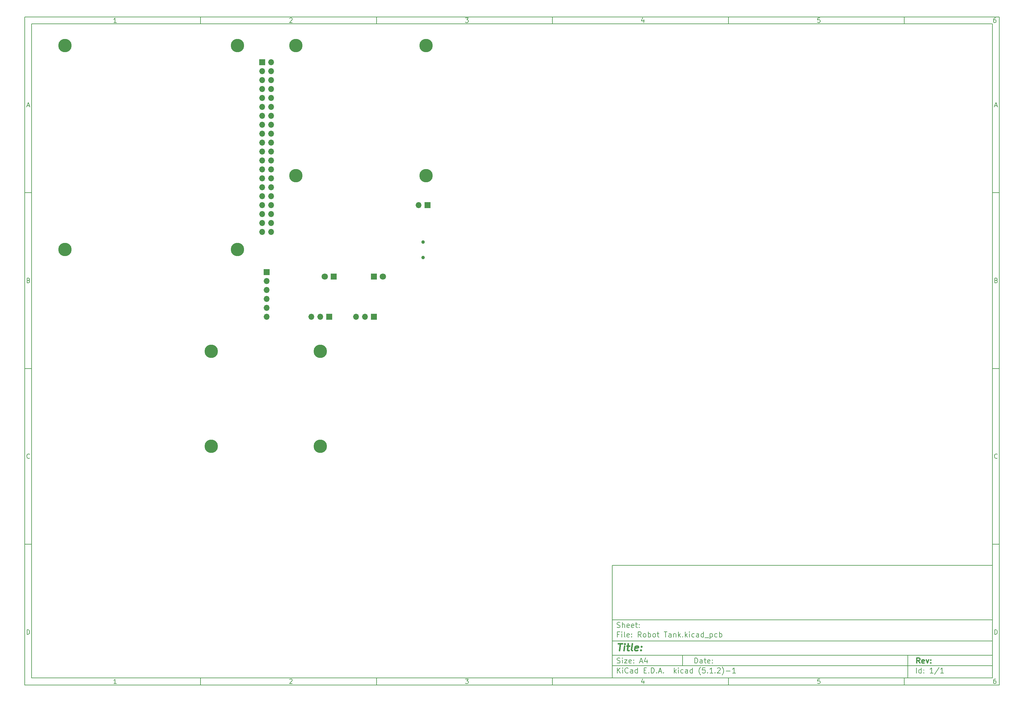
<source format=gbs>
G04 #@! TF.GenerationSoftware,KiCad,Pcbnew,(5.1.2)-1*
G04 #@! TF.CreationDate,2019-07-09T02:23:16-04:00*
G04 #@! TF.ProjectId,Robot Tank,526f626f-7420-4546-916e-6b2e6b696361,rev?*
G04 #@! TF.SameCoordinates,Original*
G04 #@! TF.FileFunction,Soldermask,Bot*
G04 #@! TF.FilePolarity,Negative*
%FSLAX46Y46*%
G04 Gerber Fmt 4.6, Leading zero omitted, Abs format (unit mm)*
G04 Created by KiCad (PCBNEW (5.1.2)-1) date 2019-07-09 02:23:16*
%MOMM*%
%LPD*%
G04 APERTURE LIST*
%ADD10C,0.100000*%
%ADD11C,0.150000*%
%ADD12C,0.300000*%
%ADD13C,0.400000*%
%ADD14C,3.800000*%
%ADD15O,1.700000X1.700000*%
%ADD16R,1.700000X1.700000*%
%ADD17C,1.800000*%
%ADD18R,1.800000X1.800000*%
%ADD19C,1.000000*%
G04 APERTURE END LIST*
D10*
D11*
X177002200Y-166007200D02*
X177002200Y-198007200D01*
X285002200Y-198007200D01*
X285002200Y-166007200D01*
X177002200Y-166007200D01*
D10*
D11*
X10000000Y-10000000D02*
X10000000Y-200007200D01*
X287002200Y-200007200D01*
X287002200Y-10000000D01*
X10000000Y-10000000D01*
D10*
D11*
X12000000Y-12000000D02*
X12000000Y-198007200D01*
X285002200Y-198007200D01*
X285002200Y-12000000D01*
X12000000Y-12000000D01*
D10*
D11*
X60000000Y-12000000D02*
X60000000Y-10000000D01*
D10*
D11*
X110000000Y-12000000D02*
X110000000Y-10000000D01*
D10*
D11*
X160000000Y-12000000D02*
X160000000Y-10000000D01*
D10*
D11*
X210000000Y-12000000D02*
X210000000Y-10000000D01*
D10*
D11*
X260000000Y-12000000D02*
X260000000Y-10000000D01*
D10*
D11*
X36065476Y-11588095D02*
X35322619Y-11588095D01*
X35694047Y-11588095D02*
X35694047Y-10288095D01*
X35570238Y-10473809D01*
X35446428Y-10597619D01*
X35322619Y-10659523D01*
D10*
D11*
X85322619Y-10411904D02*
X85384523Y-10350000D01*
X85508333Y-10288095D01*
X85817857Y-10288095D01*
X85941666Y-10350000D01*
X86003571Y-10411904D01*
X86065476Y-10535714D01*
X86065476Y-10659523D01*
X86003571Y-10845238D01*
X85260714Y-11588095D01*
X86065476Y-11588095D01*
D10*
D11*
X135260714Y-10288095D02*
X136065476Y-10288095D01*
X135632142Y-10783333D01*
X135817857Y-10783333D01*
X135941666Y-10845238D01*
X136003571Y-10907142D01*
X136065476Y-11030952D01*
X136065476Y-11340476D01*
X136003571Y-11464285D01*
X135941666Y-11526190D01*
X135817857Y-11588095D01*
X135446428Y-11588095D01*
X135322619Y-11526190D01*
X135260714Y-11464285D01*
D10*
D11*
X185941666Y-10721428D02*
X185941666Y-11588095D01*
X185632142Y-10226190D02*
X185322619Y-11154761D01*
X186127380Y-11154761D01*
D10*
D11*
X236003571Y-10288095D02*
X235384523Y-10288095D01*
X235322619Y-10907142D01*
X235384523Y-10845238D01*
X235508333Y-10783333D01*
X235817857Y-10783333D01*
X235941666Y-10845238D01*
X236003571Y-10907142D01*
X236065476Y-11030952D01*
X236065476Y-11340476D01*
X236003571Y-11464285D01*
X235941666Y-11526190D01*
X235817857Y-11588095D01*
X235508333Y-11588095D01*
X235384523Y-11526190D01*
X235322619Y-11464285D01*
D10*
D11*
X285941666Y-10288095D02*
X285694047Y-10288095D01*
X285570238Y-10350000D01*
X285508333Y-10411904D01*
X285384523Y-10597619D01*
X285322619Y-10845238D01*
X285322619Y-11340476D01*
X285384523Y-11464285D01*
X285446428Y-11526190D01*
X285570238Y-11588095D01*
X285817857Y-11588095D01*
X285941666Y-11526190D01*
X286003571Y-11464285D01*
X286065476Y-11340476D01*
X286065476Y-11030952D01*
X286003571Y-10907142D01*
X285941666Y-10845238D01*
X285817857Y-10783333D01*
X285570238Y-10783333D01*
X285446428Y-10845238D01*
X285384523Y-10907142D01*
X285322619Y-11030952D01*
D10*
D11*
X60000000Y-198007200D02*
X60000000Y-200007200D01*
D10*
D11*
X110000000Y-198007200D02*
X110000000Y-200007200D01*
D10*
D11*
X160000000Y-198007200D02*
X160000000Y-200007200D01*
D10*
D11*
X210000000Y-198007200D02*
X210000000Y-200007200D01*
D10*
D11*
X260000000Y-198007200D02*
X260000000Y-200007200D01*
D10*
D11*
X36065476Y-199595295D02*
X35322619Y-199595295D01*
X35694047Y-199595295D02*
X35694047Y-198295295D01*
X35570238Y-198481009D01*
X35446428Y-198604819D01*
X35322619Y-198666723D01*
D10*
D11*
X85322619Y-198419104D02*
X85384523Y-198357200D01*
X85508333Y-198295295D01*
X85817857Y-198295295D01*
X85941666Y-198357200D01*
X86003571Y-198419104D01*
X86065476Y-198542914D01*
X86065476Y-198666723D01*
X86003571Y-198852438D01*
X85260714Y-199595295D01*
X86065476Y-199595295D01*
D10*
D11*
X135260714Y-198295295D02*
X136065476Y-198295295D01*
X135632142Y-198790533D01*
X135817857Y-198790533D01*
X135941666Y-198852438D01*
X136003571Y-198914342D01*
X136065476Y-199038152D01*
X136065476Y-199347676D01*
X136003571Y-199471485D01*
X135941666Y-199533390D01*
X135817857Y-199595295D01*
X135446428Y-199595295D01*
X135322619Y-199533390D01*
X135260714Y-199471485D01*
D10*
D11*
X185941666Y-198728628D02*
X185941666Y-199595295D01*
X185632142Y-198233390D02*
X185322619Y-199161961D01*
X186127380Y-199161961D01*
D10*
D11*
X236003571Y-198295295D02*
X235384523Y-198295295D01*
X235322619Y-198914342D01*
X235384523Y-198852438D01*
X235508333Y-198790533D01*
X235817857Y-198790533D01*
X235941666Y-198852438D01*
X236003571Y-198914342D01*
X236065476Y-199038152D01*
X236065476Y-199347676D01*
X236003571Y-199471485D01*
X235941666Y-199533390D01*
X235817857Y-199595295D01*
X235508333Y-199595295D01*
X235384523Y-199533390D01*
X235322619Y-199471485D01*
D10*
D11*
X285941666Y-198295295D02*
X285694047Y-198295295D01*
X285570238Y-198357200D01*
X285508333Y-198419104D01*
X285384523Y-198604819D01*
X285322619Y-198852438D01*
X285322619Y-199347676D01*
X285384523Y-199471485D01*
X285446428Y-199533390D01*
X285570238Y-199595295D01*
X285817857Y-199595295D01*
X285941666Y-199533390D01*
X286003571Y-199471485D01*
X286065476Y-199347676D01*
X286065476Y-199038152D01*
X286003571Y-198914342D01*
X285941666Y-198852438D01*
X285817857Y-198790533D01*
X285570238Y-198790533D01*
X285446428Y-198852438D01*
X285384523Y-198914342D01*
X285322619Y-199038152D01*
D10*
D11*
X10000000Y-60000000D02*
X12000000Y-60000000D01*
D10*
D11*
X10000000Y-110000000D02*
X12000000Y-110000000D01*
D10*
D11*
X10000000Y-160000000D02*
X12000000Y-160000000D01*
D10*
D11*
X10690476Y-35216666D02*
X11309523Y-35216666D01*
X10566666Y-35588095D02*
X11000000Y-34288095D01*
X11433333Y-35588095D01*
D10*
D11*
X11092857Y-84907142D02*
X11278571Y-84969047D01*
X11340476Y-85030952D01*
X11402380Y-85154761D01*
X11402380Y-85340476D01*
X11340476Y-85464285D01*
X11278571Y-85526190D01*
X11154761Y-85588095D01*
X10659523Y-85588095D01*
X10659523Y-84288095D01*
X11092857Y-84288095D01*
X11216666Y-84350000D01*
X11278571Y-84411904D01*
X11340476Y-84535714D01*
X11340476Y-84659523D01*
X11278571Y-84783333D01*
X11216666Y-84845238D01*
X11092857Y-84907142D01*
X10659523Y-84907142D01*
D10*
D11*
X11402380Y-135464285D02*
X11340476Y-135526190D01*
X11154761Y-135588095D01*
X11030952Y-135588095D01*
X10845238Y-135526190D01*
X10721428Y-135402380D01*
X10659523Y-135278571D01*
X10597619Y-135030952D01*
X10597619Y-134845238D01*
X10659523Y-134597619D01*
X10721428Y-134473809D01*
X10845238Y-134350000D01*
X11030952Y-134288095D01*
X11154761Y-134288095D01*
X11340476Y-134350000D01*
X11402380Y-134411904D01*
D10*
D11*
X10659523Y-185588095D02*
X10659523Y-184288095D01*
X10969047Y-184288095D01*
X11154761Y-184350000D01*
X11278571Y-184473809D01*
X11340476Y-184597619D01*
X11402380Y-184845238D01*
X11402380Y-185030952D01*
X11340476Y-185278571D01*
X11278571Y-185402380D01*
X11154761Y-185526190D01*
X10969047Y-185588095D01*
X10659523Y-185588095D01*
D10*
D11*
X287002200Y-60000000D02*
X285002200Y-60000000D01*
D10*
D11*
X287002200Y-110000000D02*
X285002200Y-110000000D01*
D10*
D11*
X287002200Y-160000000D02*
X285002200Y-160000000D01*
D10*
D11*
X285692676Y-35216666D02*
X286311723Y-35216666D01*
X285568866Y-35588095D02*
X286002200Y-34288095D01*
X286435533Y-35588095D01*
D10*
D11*
X286095057Y-84907142D02*
X286280771Y-84969047D01*
X286342676Y-85030952D01*
X286404580Y-85154761D01*
X286404580Y-85340476D01*
X286342676Y-85464285D01*
X286280771Y-85526190D01*
X286156961Y-85588095D01*
X285661723Y-85588095D01*
X285661723Y-84288095D01*
X286095057Y-84288095D01*
X286218866Y-84350000D01*
X286280771Y-84411904D01*
X286342676Y-84535714D01*
X286342676Y-84659523D01*
X286280771Y-84783333D01*
X286218866Y-84845238D01*
X286095057Y-84907142D01*
X285661723Y-84907142D01*
D10*
D11*
X286404580Y-135464285D02*
X286342676Y-135526190D01*
X286156961Y-135588095D01*
X286033152Y-135588095D01*
X285847438Y-135526190D01*
X285723628Y-135402380D01*
X285661723Y-135278571D01*
X285599819Y-135030952D01*
X285599819Y-134845238D01*
X285661723Y-134597619D01*
X285723628Y-134473809D01*
X285847438Y-134350000D01*
X286033152Y-134288095D01*
X286156961Y-134288095D01*
X286342676Y-134350000D01*
X286404580Y-134411904D01*
D10*
D11*
X285661723Y-185588095D02*
X285661723Y-184288095D01*
X285971247Y-184288095D01*
X286156961Y-184350000D01*
X286280771Y-184473809D01*
X286342676Y-184597619D01*
X286404580Y-184845238D01*
X286404580Y-185030952D01*
X286342676Y-185278571D01*
X286280771Y-185402380D01*
X286156961Y-185526190D01*
X285971247Y-185588095D01*
X285661723Y-185588095D01*
D10*
D11*
X200434342Y-193785771D02*
X200434342Y-192285771D01*
X200791485Y-192285771D01*
X201005771Y-192357200D01*
X201148628Y-192500057D01*
X201220057Y-192642914D01*
X201291485Y-192928628D01*
X201291485Y-193142914D01*
X201220057Y-193428628D01*
X201148628Y-193571485D01*
X201005771Y-193714342D01*
X200791485Y-193785771D01*
X200434342Y-193785771D01*
X202577200Y-193785771D02*
X202577200Y-193000057D01*
X202505771Y-192857200D01*
X202362914Y-192785771D01*
X202077200Y-192785771D01*
X201934342Y-192857200D01*
X202577200Y-193714342D02*
X202434342Y-193785771D01*
X202077200Y-193785771D01*
X201934342Y-193714342D01*
X201862914Y-193571485D01*
X201862914Y-193428628D01*
X201934342Y-193285771D01*
X202077200Y-193214342D01*
X202434342Y-193214342D01*
X202577200Y-193142914D01*
X203077200Y-192785771D02*
X203648628Y-192785771D01*
X203291485Y-192285771D02*
X203291485Y-193571485D01*
X203362914Y-193714342D01*
X203505771Y-193785771D01*
X203648628Y-193785771D01*
X204720057Y-193714342D02*
X204577200Y-193785771D01*
X204291485Y-193785771D01*
X204148628Y-193714342D01*
X204077200Y-193571485D01*
X204077200Y-193000057D01*
X204148628Y-192857200D01*
X204291485Y-192785771D01*
X204577200Y-192785771D01*
X204720057Y-192857200D01*
X204791485Y-193000057D01*
X204791485Y-193142914D01*
X204077200Y-193285771D01*
X205434342Y-193642914D02*
X205505771Y-193714342D01*
X205434342Y-193785771D01*
X205362914Y-193714342D01*
X205434342Y-193642914D01*
X205434342Y-193785771D01*
X205434342Y-192857200D02*
X205505771Y-192928628D01*
X205434342Y-193000057D01*
X205362914Y-192928628D01*
X205434342Y-192857200D01*
X205434342Y-193000057D01*
D10*
D11*
X177002200Y-194507200D02*
X285002200Y-194507200D01*
D10*
D11*
X178434342Y-196585771D02*
X178434342Y-195085771D01*
X179291485Y-196585771D02*
X178648628Y-195728628D01*
X179291485Y-195085771D02*
X178434342Y-195942914D01*
X179934342Y-196585771D02*
X179934342Y-195585771D01*
X179934342Y-195085771D02*
X179862914Y-195157200D01*
X179934342Y-195228628D01*
X180005771Y-195157200D01*
X179934342Y-195085771D01*
X179934342Y-195228628D01*
X181505771Y-196442914D02*
X181434342Y-196514342D01*
X181220057Y-196585771D01*
X181077200Y-196585771D01*
X180862914Y-196514342D01*
X180720057Y-196371485D01*
X180648628Y-196228628D01*
X180577200Y-195942914D01*
X180577200Y-195728628D01*
X180648628Y-195442914D01*
X180720057Y-195300057D01*
X180862914Y-195157200D01*
X181077200Y-195085771D01*
X181220057Y-195085771D01*
X181434342Y-195157200D01*
X181505771Y-195228628D01*
X182791485Y-196585771D02*
X182791485Y-195800057D01*
X182720057Y-195657200D01*
X182577200Y-195585771D01*
X182291485Y-195585771D01*
X182148628Y-195657200D01*
X182791485Y-196514342D02*
X182648628Y-196585771D01*
X182291485Y-196585771D01*
X182148628Y-196514342D01*
X182077200Y-196371485D01*
X182077200Y-196228628D01*
X182148628Y-196085771D01*
X182291485Y-196014342D01*
X182648628Y-196014342D01*
X182791485Y-195942914D01*
X184148628Y-196585771D02*
X184148628Y-195085771D01*
X184148628Y-196514342D02*
X184005771Y-196585771D01*
X183720057Y-196585771D01*
X183577200Y-196514342D01*
X183505771Y-196442914D01*
X183434342Y-196300057D01*
X183434342Y-195871485D01*
X183505771Y-195728628D01*
X183577200Y-195657200D01*
X183720057Y-195585771D01*
X184005771Y-195585771D01*
X184148628Y-195657200D01*
X186005771Y-195800057D02*
X186505771Y-195800057D01*
X186720057Y-196585771D02*
X186005771Y-196585771D01*
X186005771Y-195085771D01*
X186720057Y-195085771D01*
X187362914Y-196442914D02*
X187434342Y-196514342D01*
X187362914Y-196585771D01*
X187291485Y-196514342D01*
X187362914Y-196442914D01*
X187362914Y-196585771D01*
X188077200Y-196585771D02*
X188077200Y-195085771D01*
X188434342Y-195085771D01*
X188648628Y-195157200D01*
X188791485Y-195300057D01*
X188862914Y-195442914D01*
X188934342Y-195728628D01*
X188934342Y-195942914D01*
X188862914Y-196228628D01*
X188791485Y-196371485D01*
X188648628Y-196514342D01*
X188434342Y-196585771D01*
X188077200Y-196585771D01*
X189577200Y-196442914D02*
X189648628Y-196514342D01*
X189577200Y-196585771D01*
X189505771Y-196514342D01*
X189577200Y-196442914D01*
X189577200Y-196585771D01*
X190220057Y-196157200D02*
X190934342Y-196157200D01*
X190077200Y-196585771D02*
X190577200Y-195085771D01*
X191077200Y-196585771D01*
X191577200Y-196442914D02*
X191648628Y-196514342D01*
X191577200Y-196585771D01*
X191505771Y-196514342D01*
X191577200Y-196442914D01*
X191577200Y-196585771D01*
X194577200Y-196585771D02*
X194577200Y-195085771D01*
X194720057Y-196014342D02*
X195148628Y-196585771D01*
X195148628Y-195585771D02*
X194577200Y-196157200D01*
X195791485Y-196585771D02*
X195791485Y-195585771D01*
X195791485Y-195085771D02*
X195720057Y-195157200D01*
X195791485Y-195228628D01*
X195862914Y-195157200D01*
X195791485Y-195085771D01*
X195791485Y-195228628D01*
X197148628Y-196514342D02*
X197005771Y-196585771D01*
X196720057Y-196585771D01*
X196577200Y-196514342D01*
X196505771Y-196442914D01*
X196434342Y-196300057D01*
X196434342Y-195871485D01*
X196505771Y-195728628D01*
X196577200Y-195657200D01*
X196720057Y-195585771D01*
X197005771Y-195585771D01*
X197148628Y-195657200D01*
X198434342Y-196585771D02*
X198434342Y-195800057D01*
X198362914Y-195657200D01*
X198220057Y-195585771D01*
X197934342Y-195585771D01*
X197791485Y-195657200D01*
X198434342Y-196514342D02*
X198291485Y-196585771D01*
X197934342Y-196585771D01*
X197791485Y-196514342D01*
X197720057Y-196371485D01*
X197720057Y-196228628D01*
X197791485Y-196085771D01*
X197934342Y-196014342D01*
X198291485Y-196014342D01*
X198434342Y-195942914D01*
X199791485Y-196585771D02*
X199791485Y-195085771D01*
X199791485Y-196514342D02*
X199648628Y-196585771D01*
X199362914Y-196585771D01*
X199220057Y-196514342D01*
X199148628Y-196442914D01*
X199077200Y-196300057D01*
X199077200Y-195871485D01*
X199148628Y-195728628D01*
X199220057Y-195657200D01*
X199362914Y-195585771D01*
X199648628Y-195585771D01*
X199791485Y-195657200D01*
X202077200Y-197157200D02*
X202005771Y-197085771D01*
X201862914Y-196871485D01*
X201791485Y-196728628D01*
X201720057Y-196514342D01*
X201648628Y-196157200D01*
X201648628Y-195871485D01*
X201720057Y-195514342D01*
X201791485Y-195300057D01*
X201862914Y-195157200D01*
X202005771Y-194942914D01*
X202077200Y-194871485D01*
X203362914Y-195085771D02*
X202648628Y-195085771D01*
X202577200Y-195800057D01*
X202648628Y-195728628D01*
X202791485Y-195657200D01*
X203148628Y-195657200D01*
X203291485Y-195728628D01*
X203362914Y-195800057D01*
X203434342Y-195942914D01*
X203434342Y-196300057D01*
X203362914Y-196442914D01*
X203291485Y-196514342D01*
X203148628Y-196585771D01*
X202791485Y-196585771D01*
X202648628Y-196514342D01*
X202577200Y-196442914D01*
X204077200Y-196442914D02*
X204148628Y-196514342D01*
X204077200Y-196585771D01*
X204005771Y-196514342D01*
X204077200Y-196442914D01*
X204077200Y-196585771D01*
X205577200Y-196585771D02*
X204720057Y-196585771D01*
X205148628Y-196585771D02*
X205148628Y-195085771D01*
X205005771Y-195300057D01*
X204862914Y-195442914D01*
X204720057Y-195514342D01*
X206220057Y-196442914D02*
X206291485Y-196514342D01*
X206220057Y-196585771D01*
X206148628Y-196514342D01*
X206220057Y-196442914D01*
X206220057Y-196585771D01*
X206862914Y-195228628D02*
X206934342Y-195157200D01*
X207077200Y-195085771D01*
X207434342Y-195085771D01*
X207577200Y-195157200D01*
X207648628Y-195228628D01*
X207720057Y-195371485D01*
X207720057Y-195514342D01*
X207648628Y-195728628D01*
X206791485Y-196585771D01*
X207720057Y-196585771D01*
X208220057Y-197157200D02*
X208291485Y-197085771D01*
X208434342Y-196871485D01*
X208505771Y-196728628D01*
X208577200Y-196514342D01*
X208648628Y-196157200D01*
X208648628Y-195871485D01*
X208577200Y-195514342D01*
X208505771Y-195300057D01*
X208434342Y-195157200D01*
X208291485Y-194942914D01*
X208220057Y-194871485D01*
X209362914Y-196014342D02*
X210505771Y-196014342D01*
X212005771Y-196585771D02*
X211148628Y-196585771D01*
X211577200Y-196585771D02*
X211577200Y-195085771D01*
X211434342Y-195300057D01*
X211291485Y-195442914D01*
X211148628Y-195514342D01*
D10*
D11*
X177002200Y-191507200D02*
X285002200Y-191507200D01*
D10*
D12*
X264411485Y-193785771D02*
X263911485Y-193071485D01*
X263554342Y-193785771D02*
X263554342Y-192285771D01*
X264125771Y-192285771D01*
X264268628Y-192357200D01*
X264340057Y-192428628D01*
X264411485Y-192571485D01*
X264411485Y-192785771D01*
X264340057Y-192928628D01*
X264268628Y-193000057D01*
X264125771Y-193071485D01*
X263554342Y-193071485D01*
X265625771Y-193714342D02*
X265482914Y-193785771D01*
X265197200Y-193785771D01*
X265054342Y-193714342D01*
X264982914Y-193571485D01*
X264982914Y-193000057D01*
X265054342Y-192857200D01*
X265197200Y-192785771D01*
X265482914Y-192785771D01*
X265625771Y-192857200D01*
X265697200Y-193000057D01*
X265697200Y-193142914D01*
X264982914Y-193285771D01*
X266197200Y-192785771D02*
X266554342Y-193785771D01*
X266911485Y-192785771D01*
X267482914Y-193642914D02*
X267554342Y-193714342D01*
X267482914Y-193785771D01*
X267411485Y-193714342D01*
X267482914Y-193642914D01*
X267482914Y-193785771D01*
X267482914Y-192857200D02*
X267554342Y-192928628D01*
X267482914Y-193000057D01*
X267411485Y-192928628D01*
X267482914Y-192857200D01*
X267482914Y-193000057D01*
D10*
D11*
X178362914Y-193714342D02*
X178577200Y-193785771D01*
X178934342Y-193785771D01*
X179077200Y-193714342D01*
X179148628Y-193642914D01*
X179220057Y-193500057D01*
X179220057Y-193357200D01*
X179148628Y-193214342D01*
X179077200Y-193142914D01*
X178934342Y-193071485D01*
X178648628Y-193000057D01*
X178505771Y-192928628D01*
X178434342Y-192857200D01*
X178362914Y-192714342D01*
X178362914Y-192571485D01*
X178434342Y-192428628D01*
X178505771Y-192357200D01*
X178648628Y-192285771D01*
X179005771Y-192285771D01*
X179220057Y-192357200D01*
X179862914Y-193785771D02*
X179862914Y-192785771D01*
X179862914Y-192285771D02*
X179791485Y-192357200D01*
X179862914Y-192428628D01*
X179934342Y-192357200D01*
X179862914Y-192285771D01*
X179862914Y-192428628D01*
X180434342Y-192785771D02*
X181220057Y-192785771D01*
X180434342Y-193785771D01*
X181220057Y-193785771D01*
X182362914Y-193714342D02*
X182220057Y-193785771D01*
X181934342Y-193785771D01*
X181791485Y-193714342D01*
X181720057Y-193571485D01*
X181720057Y-193000057D01*
X181791485Y-192857200D01*
X181934342Y-192785771D01*
X182220057Y-192785771D01*
X182362914Y-192857200D01*
X182434342Y-193000057D01*
X182434342Y-193142914D01*
X181720057Y-193285771D01*
X183077200Y-193642914D02*
X183148628Y-193714342D01*
X183077200Y-193785771D01*
X183005771Y-193714342D01*
X183077200Y-193642914D01*
X183077200Y-193785771D01*
X183077200Y-192857200D02*
X183148628Y-192928628D01*
X183077200Y-193000057D01*
X183005771Y-192928628D01*
X183077200Y-192857200D01*
X183077200Y-193000057D01*
X184862914Y-193357200D02*
X185577200Y-193357200D01*
X184720057Y-193785771D02*
X185220057Y-192285771D01*
X185720057Y-193785771D01*
X186862914Y-192785771D02*
X186862914Y-193785771D01*
X186505771Y-192214342D02*
X186148628Y-193285771D01*
X187077200Y-193285771D01*
D10*
D11*
X263434342Y-196585771D02*
X263434342Y-195085771D01*
X264791485Y-196585771D02*
X264791485Y-195085771D01*
X264791485Y-196514342D02*
X264648628Y-196585771D01*
X264362914Y-196585771D01*
X264220057Y-196514342D01*
X264148628Y-196442914D01*
X264077200Y-196300057D01*
X264077200Y-195871485D01*
X264148628Y-195728628D01*
X264220057Y-195657200D01*
X264362914Y-195585771D01*
X264648628Y-195585771D01*
X264791485Y-195657200D01*
X265505771Y-196442914D02*
X265577200Y-196514342D01*
X265505771Y-196585771D01*
X265434342Y-196514342D01*
X265505771Y-196442914D01*
X265505771Y-196585771D01*
X265505771Y-195657200D02*
X265577200Y-195728628D01*
X265505771Y-195800057D01*
X265434342Y-195728628D01*
X265505771Y-195657200D01*
X265505771Y-195800057D01*
X268148628Y-196585771D02*
X267291485Y-196585771D01*
X267720057Y-196585771D02*
X267720057Y-195085771D01*
X267577200Y-195300057D01*
X267434342Y-195442914D01*
X267291485Y-195514342D01*
X269862914Y-195014342D02*
X268577200Y-196942914D01*
X271148628Y-196585771D02*
X270291485Y-196585771D01*
X270720057Y-196585771D02*
X270720057Y-195085771D01*
X270577200Y-195300057D01*
X270434342Y-195442914D01*
X270291485Y-195514342D01*
D10*
D11*
X177002200Y-187507200D02*
X285002200Y-187507200D01*
D10*
D13*
X178714580Y-188211961D02*
X179857438Y-188211961D01*
X179036009Y-190211961D02*
X179286009Y-188211961D01*
X180274104Y-190211961D02*
X180440771Y-188878628D01*
X180524104Y-188211961D02*
X180416961Y-188307200D01*
X180500295Y-188402438D01*
X180607438Y-188307200D01*
X180524104Y-188211961D01*
X180500295Y-188402438D01*
X181107438Y-188878628D02*
X181869342Y-188878628D01*
X181476485Y-188211961D02*
X181262200Y-189926247D01*
X181333628Y-190116723D01*
X181512200Y-190211961D01*
X181702676Y-190211961D01*
X182655057Y-190211961D02*
X182476485Y-190116723D01*
X182405057Y-189926247D01*
X182619342Y-188211961D01*
X184190771Y-190116723D02*
X183988390Y-190211961D01*
X183607438Y-190211961D01*
X183428866Y-190116723D01*
X183357438Y-189926247D01*
X183452676Y-189164342D01*
X183571723Y-188973866D01*
X183774104Y-188878628D01*
X184155057Y-188878628D01*
X184333628Y-188973866D01*
X184405057Y-189164342D01*
X184381247Y-189354819D01*
X183405057Y-189545295D01*
X185155057Y-190021485D02*
X185238390Y-190116723D01*
X185131247Y-190211961D01*
X185047914Y-190116723D01*
X185155057Y-190021485D01*
X185131247Y-190211961D01*
X185286009Y-188973866D02*
X185369342Y-189069104D01*
X185262200Y-189164342D01*
X185178866Y-189069104D01*
X185286009Y-188973866D01*
X185262200Y-189164342D01*
D10*
D11*
X178934342Y-185600057D02*
X178434342Y-185600057D01*
X178434342Y-186385771D02*
X178434342Y-184885771D01*
X179148628Y-184885771D01*
X179720057Y-186385771D02*
X179720057Y-185385771D01*
X179720057Y-184885771D02*
X179648628Y-184957200D01*
X179720057Y-185028628D01*
X179791485Y-184957200D01*
X179720057Y-184885771D01*
X179720057Y-185028628D01*
X180648628Y-186385771D02*
X180505771Y-186314342D01*
X180434342Y-186171485D01*
X180434342Y-184885771D01*
X181791485Y-186314342D02*
X181648628Y-186385771D01*
X181362914Y-186385771D01*
X181220057Y-186314342D01*
X181148628Y-186171485D01*
X181148628Y-185600057D01*
X181220057Y-185457200D01*
X181362914Y-185385771D01*
X181648628Y-185385771D01*
X181791485Y-185457200D01*
X181862914Y-185600057D01*
X181862914Y-185742914D01*
X181148628Y-185885771D01*
X182505771Y-186242914D02*
X182577200Y-186314342D01*
X182505771Y-186385771D01*
X182434342Y-186314342D01*
X182505771Y-186242914D01*
X182505771Y-186385771D01*
X182505771Y-185457200D02*
X182577200Y-185528628D01*
X182505771Y-185600057D01*
X182434342Y-185528628D01*
X182505771Y-185457200D01*
X182505771Y-185600057D01*
X185220057Y-186385771D02*
X184720057Y-185671485D01*
X184362914Y-186385771D02*
X184362914Y-184885771D01*
X184934342Y-184885771D01*
X185077200Y-184957200D01*
X185148628Y-185028628D01*
X185220057Y-185171485D01*
X185220057Y-185385771D01*
X185148628Y-185528628D01*
X185077200Y-185600057D01*
X184934342Y-185671485D01*
X184362914Y-185671485D01*
X186077200Y-186385771D02*
X185934342Y-186314342D01*
X185862914Y-186242914D01*
X185791485Y-186100057D01*
X185791485Y-185671485D01*
X185862914Y-185528628D01*
X185934342Y-185457200D01*
X186077200Y-185385771D01*
X186291485Y-185385771D01*
X186434342Y-185457200D01*
X186505771Y-185528628D01*
X186577200Y-185671485D01*
X186577200Y-186100057D01*
X186505771Y-186242914D01*
X186434342Y-186314342D01*
X186291485Y-186385771D01*
X186077200Y-186385771D01*
X187220057Y-186385771D02*
X187220057Y-184885771D01*
X187220057Y-185457200D02*
X187362914Y-185385771D01*
X187648628Y-185385771D01*
X187791485Y-185457200D01*
X187862914Y-185528628D01*
X187934342Y-185671485D01*
X187934342Y-186100057D01*
X187862914Y-186242914D01*
X187791485Y-186314342D01*
X187648628Y-186385771D01*
X187362914Y-186385771D01*
X187220057Y-186314342D01*
X188791485Y-186385771D02*
X188648628Y-186314342D01*
X188577200Y-186242914D01*
X188505771Y-186100057D01*
X188505771Y-185671485D01*
X188577200Y-185528628D01*
X188648628Y-185457200D01*
X188791485Y-185385771D01*
X189005771Y-185385771D01*
X189148628Y-185457200D01*
X189220057Y-185528628D01*
X189291485Y-185671485D01*
X189291485Y-186100057D01*
X189220057Y-186242914D01*
X189148628Y-186314342D01*
X189005771Y-186385771D01*
X188791485Y-186385771D01*
X189720057Y-185385771D02*
X190291485Y-185385771D01*
X189934342Y-184885771D02*
X189934342Y-186171485D01*
X190005771Y-186314342D01*
X190148628Y-186385771D01*
X190291485Y-186385771D01*
X191720057Y-184885771D02*
X192577200Y-184885771D01*
X192148628Y-186385771D02*
X192148628Y-184885771D01*
X193720057Y-186385771D02*
X193720057Y-185600057D01*
X193648628Y-185457200D01*
X193505771Y-185385771D01*
X193220057Y-185385771D01*
X193077200Y-185457200D01*
X193720057Y-186314342D02*
X193577200Y-186385771D01*
X193220057Y-186385771D01*
X193077200Y-186314342D01*
X193005771Y-186171485D01*
X193005771Y-186028628D01*
X193077200Y-185885771D01*
X193220057Y-185814342D01*
X193577200Y-185814342D01*
X193720057Y-185742914D01*
X194434342Y-185385771D02*
X194434342Y-186385771D01*
X194434342Y-185528628D02*
X194505771Y-185457200D01*
X194648628Y-185385771D01*
X194862914Y-185385771D01*
X195005771Y-185457200D01*
X195077200Y-185600057D01*
X195077200Y-186385771D01*
X195791485Y-186385771D02*
X195791485Y-184885771D01*
X195934342Y-185814342D02*
X196362914Y-186385771D01*
X196362914Y-185385771D02*
X195791485Y-185957200D01*
X197005771Y-186242914D02*
X197077200Y-186314342D01*
X197005771Y-186385771D01*
X196934342Y-186314342D01*
X197005771Y-186242914D01*
X197005771Y-186385771D01*
X197720057Y-186385771D02*
X197720057Y-184885771D01*
X197862914Y-185814342D02*
X198291485Y-186385771D01*
X198291485Y-185385771D02*
X197720057Y-185957200D01*
X198934342Y-186385771D02*
X198934342Y-185385771D01*
X198934342Y-184885771D02*
X198862914Y-184957200D01*
X198934342Y-185028628D01*
X199005771Y-184957200D01*
X198934342Y-184885771D01*
X198934342Y-185028628D01*
X200291485Y-186314342D02*
X200148628Y-186385771D01*
X199862914Y-186385771D01*
X199720057Y-186314342D01*
X199648628Y-186242914D01*
X199577200Y-186100057D01*
X199577200Y-185671485D01*
X199648628Y-185528628D01*
X199720057Y-185457200D01*
X199862914Y-185385771D01*
X200148628Y-185385771D01*
X200291485Y-185457200D01*
X201577200Y-186385771D02*
X201577200Y-185600057D01*
X201505771Y-185457200D01*
X201362914Y-185385771D01*
X201077200Y-185385771D01*
X200934342Y-185457200D01*
X201577200Y-186314342D02*
X201434342Y-186385771D01*
X201077200Y-186385771D01*
X200934342Y-186314342D01*
X200862914Y-186171485D01*
X200862914Y-186028628D01*
X200934342Y-185885771D01*
X201077200Y-185814342D01*
X201434342Y-185814342D01*
X201577200Y-185742914D01*
X202934342Y-186385771D02*
X202934342Y-184885771D01*
X202934342Y-186314342D02*
X202791485Y-186385771D01*
X202505771Y-186385771D01*
X202362914Y-186314342D01*
X202291485Y-186242914D01*
X202220057Y-186100057D01*
X202220057Y-185671485D01*
X202291485Y-185528628D01*
X202362914Y-185457200D01*
X202505771Y-185385771D01*
X202791485Y-185385771D01*
X202934342Y-185457200D01*
X203291485Y-186528628D02*
X204434342Y-186528628D01*
X204791485Y-185385771D02*
X204791485Y-186885771D01*
X204791485Y-185457200D02*
X204934342Y-185385771D01*
X205220057Y-185385771D01*
X205362914Y-185457200D01*
X205434342Y-185528628D01*
X205505771Y-185671485D01*
X205505771Y-186100057D01*
X205434342Y-186242914D01*
X205362914Y-186314342D01*
X205220057Y-186385771D01*
X204934342Y-186385771D01*
X204791485Y-186314342D01*
X206791485Y-186314342D02*
X206648628Y-186385771D01*
X206362914Y-186385771D01*
X206220057Y-186314342D01*
X206148628Y-186242914D01*
X206077200Y-186100057D01*
X206077200Y-185671485D01*
X206148628Y-185528628D01*
X206220057Y-185457200D01*
X206362914Y-185385771D01*
X206648628Y-185385771D01*
X206791485Y-185457200D01*
X207434342Y-186385771D02*
X207434342Y-184885771D01*
X207434342Y-185457200D02*
X207577200Y-185385771D01*
X207862914Y-185385771D01*
X208005771Y-185457200D01*
X208077200Y-185528628D01*
X208148628Y-185671485D01*
X208148628Y-186100057D01*
X208077200Y-186242914D01*
X208005771Y-186314342D01*
X207862914Y-186385771D01*
X207577200Y-186385771D01*
X207434342Y-186314342D01*
D10*
D11*
X177002200Y-181507200D02*
X285002200Y-181507200D01*
D10*
D11*
X178362914Y-183614342D02*
X178577200Y-183685771D01*
X178934342Y-183685771D01*
X179077200Y-183614342D01*
X179148628Y-183542914D01*
X179220057Y-183400057D01*
X179220057Y-183257200D01*
X179148628Y-183114342D01*
X179077200Y-183042914D01*
X178934342Y-182971485D01*
X178648628Y-182900057D01*
X178505771Y-182828628D01*
X178434342Y-182757200D01*
X178362914Y-182614342D01*
X178362914Y-182471485D01*
X178434342Y-182328628D01*
X178505771Y-182257200D01*
X178648628Y-182185771D01*
X179005771Y-182185771D01*
X179220057Y-182257200D01*
X179862914Y-183685771D02*
X179862914Y-182185771D01*
X180505771Y-183685771D02*
X180505771Y-182900057D01*
X180434342Y-182757200D01*
X180291485Y-182685771D01*
X180077200Y-182685771D01*
X179934342Y-182757200D01*
X179862914Y-182828628D01*
X181791485Y-183614342D02*
X181648628Y-183685771D01*
X181362914Y-183685771D01*
X181220057Y-183614342D01*
X181148628Y-183471485D01*
X181148628Y-182900057D01*
X181220057Y-182757200D01*
X181362914Y-182685771D01*
X181648628Y-182685771D01*
X181791485Y-182757200D01*
X181862914Y-182900057D01*
X181862914Y-183042914D01*
X181148628Y-183185771D01*
X183077200Y-183614342D02*
X182934342Y-183685771D01*
X182648628Y-183685771D01*
X182505771Y-183614342D01*
X182434342Y-183471485D01*
X182434342Y-182900057D01*
X182505771Y-182757200D01*
X182648628Y-182685771D01*
X182934342Y-182685771D01*
X183077200Y-182757200D01*
X183148628Y-182900057D01*
X183148628Y-183042914D01*
X182434342Y-183185771D01*
X183577200Y-182685771D02*
X184148628Y-182685771D01*
X183791485Y-182185771D02*
X183791485Y-183471485D01*
X183862914Y-183614342D01*
X184005771Y-183685771D01*
X184148628Y-183685771D01*
X184648628Y-183542914D02*
X184720057Y-183614342D01*
X184648628Y-183685771D01*
X184577200Y-183614342D01*
X184648628Y-183542914D01*
X184648628Y-183685771D01*
X184648628Y-182757200D02*
X184720057Y-182828628D01*
X184648628Y-182900057D01*
X184577200Y-182828628D01*
X184648628Y-182757200D01*
X184648628Y-182900057D01*
D10*
D11*
X197002200Y-191507200D02*
X197002200Y-194507200D01*
D10*
D11*
X261002200Y-191507200D02*
X261002200Y-198007200D01*
D14*
X124090000Y-55170000D03*
X87090000Y-55170000D03*
X124090000Y-18170000D03*
X87090000Y-18170000D03*
X94010000Y-105090000D03*
X94010000Y-132090000D03*
X63010000Y-105090000D03*
X63010000Y-132090000D03*
X21450000Y-76150000D03*
X21450000Y-18150000D03*
X70450000Y-76150000D03*
X70450000Y-18150000D03*
D15*
X80010000Y-71120000D03*
X77470000Y-71120000D03*
X80010000Y-68580000D03*
X77470000Y-68580000D03*
X80010000Y-66040000D03*
X77470000Y-66040000D03*
X80010000Y-63500000D03*
X77470000Y-63500000D03*
X80010000Y-60960000D03*
X77470000Y-60960000D03*
X80010000Y-58420000D03*
X77470000Y-58420000D03*
X80010000Y-55880000D03*
X77470000Y-55880000D03*
X80010000Y-53340000D03*
X77470000Y-53340000D03*
X80010000Y-50800000D03*
X77470000Y-50800000D03*
X80010000Y-48260000D03*
X77470000Y-48260000D03*
X80010000Y-45720000D03*
X77470000Y-45720000D03*
X80010000Y-43180000D03*
X77470000Y-43180000D03*
X80010000Y-40640000D03*
X77470000Y-40640000D03*
X80010000Y-38100000D03*
X77470000Y-38100000D03*
X80010000Y-35560000D03*
X77470000Y-35560000D03*
X80010000Y-33020000D03*
X77470000Y-33020000D03*
X80010000Y-30480000D03*
X77470000Y-30480000D03*
X80010000Y-27940000D03*
X77470000Y-27940000D03*
X80010000Y-25400000D03*
X77470000Y-25400000D03*
X80010000Y-22860000D03*
D16*
X77470000Y-22860000D03*
D17*
X95250000Y-83820000D03*
D18*
X97790000Y-83820000D03*
D17*
X111760000Y-83820000D03*
D18*
X109220000Y-83820000D03*
D19*
X123190000Y-74000000D03*
X123190000Y-78400000D03*
D15*
X104140000Y-95250000D03*
X106680000Y-95250000D03*
D16*
X109220000Y-95250000D03*
D15*
X91440000Y-95250000D03*
X93980000Y-95250000D03*
D16*
X96520000Y-95250000D03*
D15*
X121920000Y-63500000D03*
D16*
X124460000Y-63500000D03*
D15*
X78740000Y-95250000D03*
X78740000Y-92710000D03*
X78740000Y-90170000D03*
X78740000Y-87630000D03*
X78740000Y-85090000D03*
D16*
X78740000Y-82550000D03*
M02*

</source>
